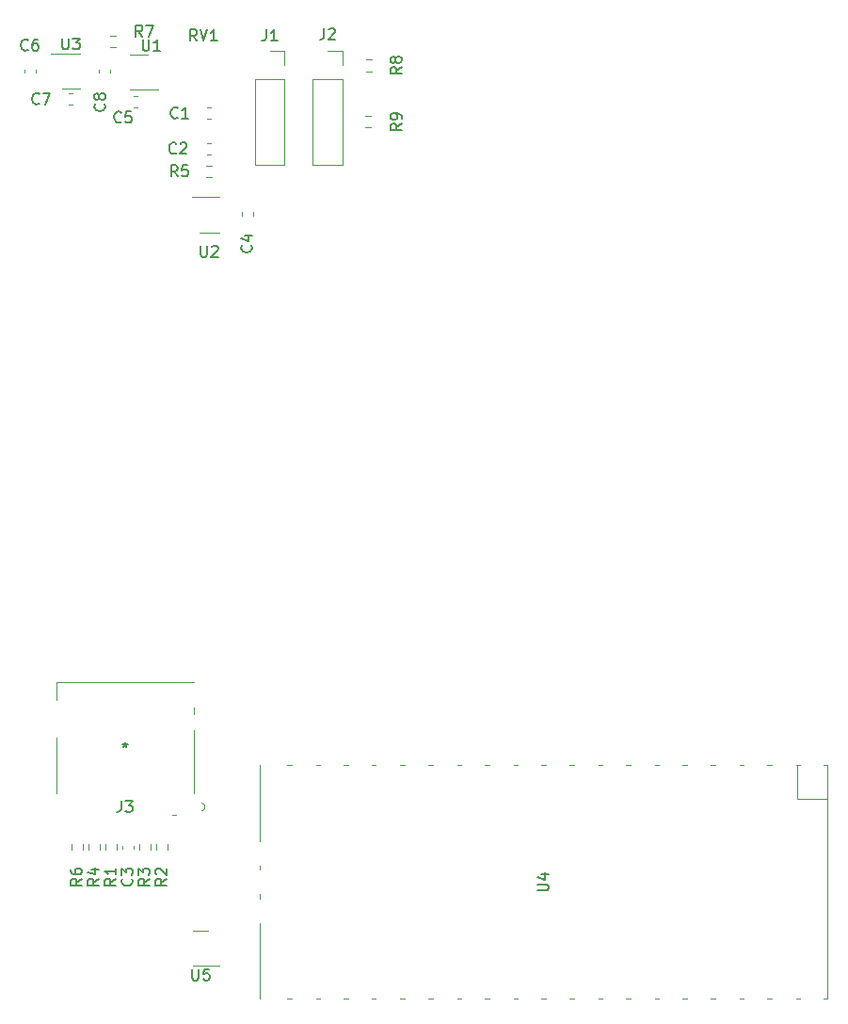
<source format=gto>
%TF.GenerationSoftware,KiCad,Pcbnew,(6.0.2-0)*%
%TF.CreationDate,2022-05-28T22:41:11-04:00*%
%TF.ProjectId,memory-phone-pcb,6d656d6f-7279-42d7-9068-6f6e652d7063,rev?*%
%TF.SameCoordinates,Original*%
%TF.FileFunction,Legend,Top*%
%TF.FilePolarity,Positive*%
%FSLAX46Y46*%
G04 Gerber Fmt 4.6, Leading zero omitted, Abs format (unit mm)*
G04 Created by KiCad (PCBNEW (6.0.2-0)) date 2022-05-28 22:41:11*
%MOMM*%
%LPD*%
G01*
G04 APERTURE LIST*
%ADD10C,0.150000*%
%ADD11C,0.120000*%
G04 APERTURE END LIST*
D10*
%TO.C,U4*%
X95210380Y-138175904D02*
X96019904Y-138175904D01*
X96115142Y-138128285D01*
X96162761Y-138080666D01*
X96210380Y-137985428D01*
X96210380Y-137794952D01*
X96162761Y-137699714D01*
X96115142Y-137652095D01*
X96019904Y-137604476D01*
X95210380Y-137604476D01*
X95543714Y-136699714D02*
X96210380Y-136699714D01*
X95162761Y-136937809D02*
X95877047Y-137175904D01*
X95877047Y-136556857D01*
%TO.C,C3*%
X58696431Y-137118955D02*
X58744050Y-137166574D01*
X58791669Y-137309431D01*
X58791669Y-137404669D01*
X58744050Y-137547527D01*
X58648812Y-137642765D01*
X58553574Y-137690384D01*
X58363098Y-137738003D01*
X58220241Y-137738003D01*
X58029765Y-137690384D01*
X57934527Y-137642765D01*
X57839289Y-137547527D01*
X57791669Y-137404669D01*
X57791669Y-137309431D01*
X57839289Y-137166574D01*
X57886908Y-137118955D01*
X57791669Y-136785622D02*
X57791669Y-136166574D01*
X58172622Y-136499908D01*
X58172622Y-136357050D01*
X58220241Y-136261812D01*
X58267860Y-136214193D01*
X58363098Y-136166574D01*
X58601193Y-136166574D01*
X58696431Y-136214193D01*
X58744050Y-136261812D01*
X58791669Y-136357050D01*
X58791669Y-136642765D01*
X58744050Y-136738003D01*
X58696431Y-136785622D01*
%TO.C,C4*%
X69445142Y-80176666D02*
X69492761Y-80224285D01*
X69540380Y-80367142D01*
X69540380Y-80462380D01*
X69492761Y-80605238D01*
X69397523Y-80700476D01*
X69302285Y-80748095D01*
X69111809Y-80795714D01*
X68968952Y-80795714D01*
X68778476Y-80748095D01*
X68683238Y-80700476D01*
X68588000Y-80605238D01*
X68540380Y-80462380D01*
X68540380Y-80367142D01*
X68588000Y-80224285D01*
X68635619Y-80176666D01*
X68873714Y-79319523D02*
X69540380Y-79319523D01*
X68492761Y-79557619D02*
X69207047Y-79795714D01*
X69207047Y-79176666D01*
%TO.C,R2*%
X61839669Y-137118955D02*
X61363479Y-137452289D01*
X61839669Y-137690384D02*
X60839669Y-137690384D01*
X60839669Y-137309431D01*
X60887289Y-137214193D01*
X60934908Y-137166574D01*
X61030146Y-137118955D01*
X61173003Y-137118955D01*
X61268241Y-137166574D01*
X61315860Y-137214193D01*
X61363479Y-137309431D01*
X61363479Y-137690384D01*
X60934908Y-136738003D02*
X60887289Y-136690384D01*
X60839669Y-136595146D01*
X60839669Y-136357050D01*
X60887289Y-136261812D01*
X60934908Y-136214193D01*
X61030146Y-136166574D01*
X61125384Y-136166574D01*
X61268241Y-136214193D01*
X61839669Y-136785622D01*
X61839669Y-136166574D01*
%TO.C,U3*%
X52448345Y-61568380D02*
X52448345Y-62377904D01*
X52495964Y-62473142D01*
X52543583Y-62520761D01*
X52638821Y-62568380D01*
X52829297Y-62568380D01*
X52924535Y-62520761D01*
X52972154Y-62473142D01*
X53019773Y-62377904D01*
X53019773Y-61568380D01*
X53400726Y-61568380D02*
X54019773Y-61568380D01*
X53686440Y-61949333D01*
X53829297Y-61949333D01*
X53924535Y-61996952D01*
X53972154Y-62044571D01*
X54019773Y-62139809D01*
X54019773Y-62377904D01*
X53972154Y-62473142D01*
X53924535Y-62520761D01*
X53829297Y-62568380D01*
X53543583Y-62568380D01*
X53448345Y-62520761D01*
X53400726Y-62473142D01*
%TO.C,U5*%
X64135095Y-145235380D02*
X64135095Y-146044904D01*
X64182714Y-146140142D01*
X64230333Y-146187761D01*
X64325571Y-146235380D01*
X64516047Y-146235380D01*
X64611285Y-146187761D01*
X64658904Y-146140142D01*
X64706523Y-146044904D01*
X64706523Y-145235380D01*
X65658904Y-145235380D02*
X65182714Y-145235380D01*
X65135095Y-145711571D01*
X65182714Y-145663952D01*
X65277952Y-145616333D01*
X65516047Y-145616333D01*
X65611285Y-145663952D01*
X65658904Y-145711571D01*
X65706523Y-145806809D01*
X65706523Y-146044904D01*
X65658904Y-146140142D01*
X65611285Y-146187761D01*
X65516047Y-146235380D01*
X65277952Y-146235380D01*
X65182714Y-146187761D01*
X65135095Y-146140142D01*
%TO.C,C2*%
X62698333Y-71858142D02*
X62650714Y-71905761D01*
X62507857Y-71953380D01*
X62412619Y-71953380D01*
X62269761Y-71905761D01*
X62174523Y-71810523D01*
X62126904Y-71715285D01*
X62079285Y-71524809D01*
X62079285Y-71381952D01*
X62126904Y-71191476D01*
X62174523Y-71096238D01*
X62269761Y-71001000D01*
X62412619Y-70953380D01*
X62507857Y-70953380D01*
X62650714Y-71001000D01*
X62698333Y-71048619D01*
X63079285Y-71048619D02*
X63126904Y-71001000D01*
X63222142Y-70953380D01*
X63460238Y-70953380D01*
X63555476Y-71001000D01*
X63603095Y-71048619D01*
X63650714Y-71143857D01*
X63650714Y-71239095D01*
X63603095Y-71381952D01*
X63031666Y-71953380D01*
X63650714Y-71953380D01*
%TO.C,C6*%
X49360583Y-62587142D02*
X49312964Y-62634761D01*
X49170107Y-62682380D01*
X49074869Y-62682380D01*
X48932011Y-62634761D01*
X48836773Y-62539523D01*
X48789154Y-62444285D01*
X48741535Y-62253809D01*
X48741535Y-62110952D01*
X48789154Y-61920476D01*
X48836773Y-61825238D01*
X48932011Y-61730000D01*
X49074869Y-61682380D01*
X49170107Y-61682380D01*
X49312964Y-61730000D01*
X49360583Y-61777619D01*
X50217726Y-61682380D02*
X50027250Y-61682380D01*
X49932011Y-61730000D01*
X49884392Y-61777619D01*
X49789154Y-61920476D01*
X49741535Y-62110952D01*
X49741535Y-62491904D01*
X49789154Y-62587142D01*
X49836773Y-62634761D01*
X49932011Y-62682380D01*
X50122488Y-62682380D01*
X50217726Y-62634761D01*
X50265345Y-62587142D01*
X50312964Y-62491904D01*
X50312964Y-62253809D01*
X50265345Y-62158571D01*
X50217726Y-62110952D01*
X50122488Y-62063333D01*
X49932011Y-62063333D01*
X49836773Y-62110952D01*
X49789154Y-62158571D01*
X49741535Y-62253809D01*
%TO.C,R5*%
X62825333Y-73985380D02*
X62492000Y-73509190D01*
X62253904Y-73985380D02*
X62253904Y-72985380D01*
X62634857Y-72985380D01*
X62730095Y-73033000D01*
X62777714Y-73080619D01*
X62825333Y-73175857D01*
X62825333Y-73318714D01*
X62777714Y-73413952D01*
X62730095Y-73461571D01*
X62634857Y-73509190D01*
X62253904Y-73509190D01*
X63730095Y-72985380D02*
X63253904Y-72985380D01*
X63206285Y-73461571D01*
X63253904Y-73413952D01*
X63349142Y-73366333D01*
X63587238Y-73366333D01*
X63682476Y-73413952D01*
X63730095Y-73461571D01*
X63777714Y-73556809D01*
X63777714Y-73794904D01*
X63730095Y-73890142D01*
X63682476Y-73937761D01*
X63587238Y-73985380D01*
X63349142Y-73985380D01*
X63253904Y-73937761D01*
X63206285Y-73890142D01*
%TO.C,U1*%
X59690095Y-61682380D02*
X59690095Y-62491904D01*
X59737714Y-62587142D01*
X59785333Y-62634761D01*
X59880571Y-62682380D01*
X60071047Y-62682380D01*
X60166285Y-62634761D01*
X60213904Y-62587142D01*
X60261523Y-62491904D01*
X60261523Y-61682380D01*
X61261523Y-62682380D02*
X60690095Y-62682380D01*
X60975809Y-62682380D02*
X60975809Y-61682380D01*
X60880571Y-61825238D01*
X60785333Y-61920476D01*
X60690095Y-61968095D01*
%TO.C,R3*%
X60315669Y-137118955D02*
X59839479Y-137452289D01*
X60315669Y-137690384D02*
X59315669Y-137690384D01*
X59315669Y-137309431D01*
X59363289Y-137214193D01*
X59410908Y-137166574D01*
X59506146Y-137118955D01*
X59649003Y-137118955D01*
X59744241Y-137166574D01*
X59791860Y-137214193D01*
X59839479Y-137309431D01*
X59839479Y-137690384D01*
X59315669Y-136785622D02*
X59315669Y-136166574D01*
X59696622Y-136499908D01*
X59696622Y-136357050D01*
X59744241Y-136261812D01*
X59791860Y-136214193D01*
X59887098Y-136166574D01*
X60125193Y-136166574D01*
X60220431Y-136214193D01*
X60268050Y-136261812D01*
X60315669Y-136357050D01*
X60315669Y-136642765D01*
X60268050Y-136738003D01*
X60220431Y-136785622D01*
%TO.C,R9*%
X82978880Y-69244666D02*
X82502690Y-69578000D01*
X82978880Y-69816095D02*
X81978880Y-69816095D01*
X81978880Y-69435142D01*
X82026500Y-69339904D01*
X82074119Y-69292285D01*
X82169357Y-69244666D01*
X82312214Y-69244666D01*
X82407452Y-69292285D01*
X82455071Y-69339904D01*
X82502690Y-69435142D01*
X82502690Y-69816095D01*
X82978880Y-68768476D02*
X82978880Y-68578000D01*
X82931261Y-68482761D01*
X82883642Y-68435142D01*
X82740785Y-68339904D01*
X82550309Y-68292285D01*
X82169357Y-68292285D01*
X82074119Y-68339904D01*
X82026500Y-68387523D01*
X81978880Y-68482761D01*
X81978880Y-68673238D01*
X82026500Y-68768476D01*
X82074119Y-68816095D01*
X82169357Y-68863714D01*
X82407452Y-68863714D01*
X82502690Y-68816095D01*
X82550309Y-68768476D01*
X82597928Y-68673238D01*
X82597928Y-68482761D01*
X82550309Y-68387523D01*
X82502690Y-68339904D01*
X82407452Y-68292285D01*
%TO.C,J3*%
X57751955Y-130118370D02*
X57751955Y-130832656D01*
X57704336Y-130975513D01*
X57609098Y-131070751D01*
X57466241Y-131118370D01*
X57371003Y-131118370D01*
X58132908Y-130118370D02*
X58751955Y-130118370D01*
X58418622Y-130499323D01*
X58561479Y-130499323D01*
X58656717Y-130546942D01*
X58704336Y-130594561D01*
X58751955Y-130689799D01*
X58751955Y-130927894D01*
X58704336Y-131023132D01*
X58656717Y-131070751D01*
X58561479Y-131118370D01*
X58275765Y-131118370D01*
X58180527Y-131070751D01*
X58132908Y-131023132D01*
X58085289Y-124847669D02*
X58085289Y-125085765D01*
X57847193Y-124990527D02*
X58085289Y-125085765D01*
X58323384Y-124990527D01*
X57942431Y-125276241D02*
X58085289Y-125085765D01*
X58228146Y-125276241D01*
%TO.C,RV1*%
X64555761Y-61793380D02*
X64222428Y-61317190D01*
X63984333Y-61793380D02*
X63984333Y-60793380D01*
X64365285Y-60793380D01*
X64460523Y-60841000D01*
X64508142Y-60888619D01*
X64555761Y-60983857D01*
X64555761Y-61126714D01*
X64508142Y-61221952D01*
X64460523Y-61269571D01*
X64365285Y-61317190D01*
X63984333Y-61317190D01*
X64841476Y-60793380D02*
X65174809Y-61793380D01*
X65508142Y-60793380D01*
X66365285Y-61793380D02*
X65793857Y-61793380D01*
X66079571Y-61793380D02*
X66079571Y-60793380D01*
X65984333Y-60936238D01*
X65889095Y-61031476D01*
X65793857Y-61079095D01*
%TO.C,R1*%
X57267669Y-137118955D02*
X56791479Y-137452289D01*
X57267669Y-137690384D02*
X56267669Y-137690384D01*
X56267669Y-137309431D01*
X56315289Y-137214193D01*
X56362908Y-137166574D01*
X56458146Y-137118955D01*
X56601003Y-137118955D01*
X56696241Y-137166574D01*
X56743860Y-137214193D01*
X56791479Y-137309431D01*
X56791479Y-137690384D01*
X57267669Y-136166574D02*
X57267669Y-136738003D01*
X57267669Y-136452289D02*
X56267669Y-136452289D01*
X56410527Y-136547527D01*
X56505765Y-136642765D01*
X56553384Y-136738003D01*
%TO.C,R4*%
X55743669Y-137118955D02*
X55267479Y-137452289D01*
X55743669Y-137690384D02*
X54743669Y-137690384D01*
X54743669Y-137309431D01*
X54791289Y-137214193D01*
X54838908Y-137166574D01*
X54934146Y-137118955D01*
X55077003Y-137118955D01*
X55172241Y-137166574D01*
X55219860Y-137214193D01*
X55267479Y-137309431D01*
X55267479Y-137690384D01*
X55077003Y-136261812D02*
X55743669Y-136261812D01*
X54696050Y-136499908D02*
X55410336Y-136738003D01*
X55410336Y-136118955D01*
%TO.C,C8*%
X56237142Y-67476666D02*
X56284761Y-67524285D01*
X56332380Y-67667142D01*
X56332380Y-67762380D01*
X56284761Y-67905238D01*
X56189523Y-68000476D01*
X56094285Y-68048095D01*
X55903809Y-68095714D01*
X55760952Y-68095714D01*
X55570476Y-68048095D01*
X55475238Y-68000476D01*
X55380000Y-67905238D01*
X55332380Y-67762380D01*
X55332380Y-67667142D01*
X55380000Y-67524285D01*
X55427619Y-67476666D01*
X55760952Y-66905238D02*
X55713333Y-67000476D01*
X55665714Y-67048095D01*
X55570476Y-67095714D01*
X55522857Y-67095714D01*
X55427619Y-67048095D01*
X55380000Y-67000476D01*
X55332380Y-66905238D01*
X55332380Y-66714761D01*
X55380000Y-66619523D01*
X55427619Y-66571904D01*
X55522857Y-66524285D01*
X55570476Y-66524285D01*
X55665714Y-66571904D01*
X55713333Y-66619523D01*
X55760952Y-66714761D01*
X55760952Y-66905238D01*
X55808571Y-67000476D01*
X55856190Y-67048095D01*
X55951428Y-67095714D01*
X56141904Y-67095714D01*
X56237142Y-67048095D01*
X56284761Y-67000476D01*
X56332380Y-66905238D01*
X56332380Y-66714761D01*
X56284761Y-66619523D01*
X56237142Y-66571904D01*
X56141904Y-66524285D01*
X55951428Y-66524285D01*
X55856190Y-66571904D01*
X55808571Y-66619523D01*
X55760952Y-66714761D01*
%TO.C,C1*%
X62825333Y-68683142D02*
X62777714Y-68730761D01*
X62634857Y-68778380D01*
X62539619Y-68778380D01*
X62396761Y-68730761D01*
X62301523Y-68635523D01*
X62253904Y-68540285D01*
X62206285Y-68349809D01*
X62206285Y-68206952D01*
X62253904Y-68016476D01*
X62301523Y-67921238D01*
X62396761Y-67826000D01*
X62539619Y-67778380D01*
X62634857Y-67778380D01*
X62777714Y-67826000D01*
X62825333Y-67873619D01*
X63777714Y-68778380D02*
X63206285Y-68778380D01*
X63492000Y-68778380D02*
X63492000Y-67778380D01*
X63396761Y-67921238D01*
X63301523Y-68016476D01*
X63206285Y-68064095D01*
%TO.C,C7*%
X50376583Y-67413142D02*
X50328964Y-67460761D01*
X50186107Y-67508380D01*
X50090869Y-67508380D01*
X49948011Y-67460761D01*
X49852773Y-67365523D01*
X49805154Y-67270285D01*
X49757535Y-67079809D01*
X49757535Y-66936952D01*
X49805154Y-66746476D01*
X49852773Y-66651238D01*
X49948011Y-66556000D01*
X50090869Y-66508380D01*
X50186107Y-66508380D01*
X50328964Y-66556000D01*
X50376583Y-66603619D01*
X50709916Y-66508380D02*
X51376583Y-66508380D01*
X50948011Y-67508380D01*
%TO.C,J2*%
X75993666Y-60690380D02*
X75993666Y-61404666D01*
X75946047Y-61547523D01*
X75850809Y-61642761D01*
X75707952Y-61690380D01*
X75612714Y-61690380D01*
X76422238Y-60785619D02*
X76469857Y-60738000D01*
X76565095Y-60690380D01*
X76803190Y-60690380D01*
X76898428Y-60738000D01*
X76946047Y-60785619D01*
X76993666Y-60880857D01*
X76993666Y-60976095D01*
X76946047Y-61118952D01*
X76374619Y-61690380D01*
X76993666Y-61690380D01*
%TO.C,U2*%
X64897095Y-80224380D02*
X64897095Y-81033904D01*
X64944714Y-81129142D01*
X64992333Y-81176761D01*
X65087571Y-81224380D01*
X65278047Y-81224380D01*
X65373285Y-81176761D01*
X65420904Y-81129142D01*
X65468523Y-81033904D01*
X65468523Y-80224380D01*
X65897095Y-80319619D02*
X65944714Y-80272000D01*
X66039952Y-80224380D01*
X66278047Y-80224380D01*
X66373285Y-80272000D01*
X66420904Y-80319619D01*
X66468523Y-80414857D01*
X66468523Y-80510095D01*
X66420904Y-80652952D01*
X65849476Y-81224380D01*
X66468523Y-81224380D01*
%TO.C,C5*%
X57745333Y-69064142D02*
X57697714Y-69111761D01*
X57554857Y-69159380D01*
X57459619Y-69159380D01*
X57316761Y-69111761D01*
X57221523Y-69016523D01*
X57173904Y-68921285D01*
X57126285Y-68730809D01*
X57126285Y-68587952D01*
X57173904Y-68397476D01*
X57221523Y-68302238D01*
X57316761Y-68207000D01*
X57459619Y-68159380D01*
X57554857Y-68159380D01*
X57697714Y-68207000D01*
X57745333Y-68254619D01*
X58650095Y-68159380D02*
X58173904Y-68159380D01*
X58126285Y-68635571D01*
X58173904Y-68587952D01*
X58269142Y-68540333D01*
X58507238Y-68540333D01*
X58602476Y-68587952D01*
X58650095Y-68635571D01*
X58697714Y-68730809D01*
X58697714Y-68968904D01*
X58650095Y-69064142D01*
X58602476Y-69111761D01*
X58507238Y-69159380D01*
X58269142Y-69159380D01*
X58173904Y-69111761D01*
X58126285Y-69064142D01*
%TO.C,R7*%
X59650333Y-61412380D02*
X59317000Y-60936190D01*
X59078904Y-61412380D02*
X59078904Y-60412380D01*
X59459857Y-60412380D01*
X59555095Y-60460000D01*
X59602714Y-60507619D01*
X59650333Y-60602857D01*
X59650333Y-60745714D01*
X59602714Y-60840952D01*
X59555095Y-60888571D01*
X59459857Y-60936190D01*
X59078904Y-60936190D01*
X59983666Y-60412380D02*
X60650333Y-60412380D01*
X60221761Y-61412380D01*
%TO.C,J1*%
X70786666Y-60793380D02*
X70786666Y-61507666D01*
X70739047Y-61650523D01*
X70643809Y-61745761D01*
X70500952Y-61793380D01*
X70405714Y-61793380D01*
X71786666Y-61793380D02*
X71215238Y-61793380D01*
X71500952Y-61793380D02*
X71500952Y-60793380D01*
X71405714Y-60936238D01*
X71310476Y-61031476D01*
X71215238Y-61079095D01*
%TO.C,R6*%
X54219669Y-137118955D02*
X53743479Y-137452289D01*
X54219669Y-137690384D02*
X53219669Y-137690384D01*
X53219669Y-137309431D01*
X53267289Y-137214193D01*
X53314908Y-137166574D01*
X53410146Y-137118955D01*
X53553003Y-137118955D01*
X53648241Y-137166574D01*
X53695860Y-137214193D01*
X53743479Y-137309431D01*
X53743479Y-137690384D01*
X53219669Y-136261812D02*
X53219669Y-136452289D01*
X53267289Y-136547527D01*
X53314908Y-136595146D01*
X53457765Y-136690384D01*
X53648241Y-136738003D01*
X54029193Y-136738003D01*
X54124431Y-136690384D01*
X54172050Y-136642765D01*
X54219669Y-136547527D01*
X54219669Y-136357050D01*
X54172050Y-136261812D01*
X54124431Y-136214193D01*
X54029193Y-136166574D01*
X53791098Y-136166574D01*
X53695860Y-136214193D01*
X53648241Y-136261812D01*
X53600622Y-136357050D01*
X53600622Y-136547527D01*
X53648241Y-136642765D01*
X53695860Y-136690384D01*
X53791098Y-136738003D01*
%TO.C,R8*%
X82977380Y-64164666D02*
X82501190Y-64498000D01*
X82977380Y-64736095D02*
X81977380Y-64736095D01*
X81977380Y-64355142D01*
X82025000Y-64259904D01*
X82072619Y-64212285D01*
X82167857Y-64164666D01*
X82310714Y-64164666D01*
X82405952Y-64212285D01*
X82453571Y-64259904D01*
X82501190Y-64355142D01*
X82501190Y-64736095D01*
X82405952Y-63593238D02*
X82358333Y-63688476D01*
X82310714Y-63736095D01*
X82215476Y-63783714D01*
X82167857Y-63783714D01*
X82072619Y-63736095D01*
X82025000Y-63688476D01*
X81977380Y-63593238D01*
X81977380Y-63402761D01*
X82025000Y-63307523D01*
X82072619Y-63259904D01*
X82167857Y-63212285D01*
X82215476Y-63212285D01*
X82310714Y-63259904D01*
X82358333Y-63307523D01*
X82405952Y-63402761D01*
X82405952Y-63593238D01*
X82453571Y-63688476D01*
X82501190Y-63736095D01*
X82596428Y-63783714D01*
X82786904Y-63783714D01*
X82882142Y-63736095D01*
X82929761Y-63688476D01*
X82977380Y-63593238D01*
X82977380Y-63402761D01*
X82929761Y-63307523D01*
X82882142Y-63259904D01*
X82786904Y-63212285D01*
X82596428Y-63212285D01*
X82501190Y-63259904D01*
X82453571Y-63307523D01*
X82405952Y-63402761D01*
D11*
%TO.C,U4*%
X118591000Y-126914000D02*
X118591000Y-129921000D01*
X83258000Y-126914000D02*
X82858000Y-126914000D01*
X73058000Y-126914000D02*
X72658000Y-126914000D01*
X88358000Y-147914000D02*
X87958000Y-147914000D01*
X106158000Y-147914000D02*
X105758000Y-147914000D01*
X78158000Y-147914000D02*
X77758000Y-147914000D01*
X116258000Y-126914000D02*
X115858000Y-126914000D01*
X103558000Y-126914000D02*
X103158000Y-126914000D01*
X111158000Y-147914000D02*
X110758000Y-147914000D01*
X98458000Y-126914000D02*
X98058000Y-126914000D01*
X85758000Y-126914000D02*
X85358000Y-126914000D01*
X88358000Y-126914000D02*
X87958000Y-126914000D01*
X80658000Y-126914000D02*
X80258000Y-126914000D01*
X116258000Y-147914000D02*
X115858000Y-147914000D01*
X121258000Y-147914000D02*
X120958000Y-147914000D01*
X118858000Y-147914000D02*
X118458000Y-147914000D01*
X85758000Y-147914000D02*
X85358000Y-147914000D01*
X78158000Y-126914000D02*
X77758000Y-126914000D01*
X80658000Y-147914000D02*
X80258000Y-147914000D01*
X90858000Y-126914000D02*
X90458000Y-126914000D01*
X111158000Y-126914000D02*
X110758000Y-126914000D01*
X108658000Y-147914000D02*
X108258000Y-147914000D01*
X113758000Y-147914000D02*
X113358000Y-147914000D01*
X70258000Y-147914000D02*
X70258000Y-141114000D01*
X93458000Y-126914000D02*
X93058000Y-126914000D01*
X70258000Y-138514000D02*
X70258000Y-138914000D01*
X93458000Y-147914000D02*
X93058000Y-147914000D01*
X101058000Y-126914000D02*
X100658000Y-126914000D01*
X90858000Y-147914000D02*
X90458000Y-147914000D01*
X70258000Y-133714000D02*
X70258000Y-126914000D01*
X121258000Y-126914000D02*
X120958000Y-126914000D01*
X118858000Y-126914000D02*
X118458000Y-126914000D01*
X75658000Y-147914000D02*
X75258000Y-147914000D01*
X103558000Y-147914000D02*
X103158000Y-147914000D01*
X118591000Y-129921000D02*
X121258000Y-129921000D01*
X95958000Y-147914000D02*
X95558000Y-147914000D01*
X75658000Y-126914000D02*
X75258000Y-126914000D01*
X95958000Y-126914000D02*
X95558000Y-126914000D01*
X113758000Y-126914000D02*
X113358000Y-126914000D01*
X73058000Y-147914000D02*
X72658000Y-147914000D01*
X83258000Y-147914000D02*
X82858000Y-147914000D01*
X121258000Y-126914000D02*
X121258000Y-147914000D01*
X101058000Y-147914000D02*
X100658000Y-147914000D01*
X98458000Y-147914000D02*
X98058000Y-147914000D01*
X108658000Y-126914000D02*
X108258000Y-126914000D01*
X70258000Y-135914000D02*
X70258000Y-136314000D01*
X106158000Y-126914000D02*
X105758000Y-126914000D01*
%TO.C,C3*%
X57829289Y-134431556D02*
X57829289Y-134139022D01*
X58849289Y-134431556D02*
X58849289Y-134139022D01*
%TO.C,C4*%
X68578000Y-77489267D02*
X68578000Y-77196733D01*
X69598000Y-77489267D02*
X69598000Y-77196733D01*
%TO.C,R2*%
X60864789Y-134540013D02*
X60864789Y-134030565D01*
X61909789Y-134540013D02*
X61909789Y-134030565D01*
%TO.C,U3*%
X53210250Y-66076000D02*
X54010250Y-66076000D01*
X53210250Y-62956000D02*
X51410250Y-62956000D01*
X53210250Y-62956000D02*
X54010250Y-62956000D01*
X53210250Y-66076000D02*
X52410250Y-66076000D01*
%TO.C,U5*%
X64897000Y-141823000D02*
X64247000Y-141823000D01*
X64897000Y-144943000D02*
X64247000Y-144943000D01*
X64897000Y-141823000D02*
X65547000Y-141823000D01*
X64897000Y-144943000D02*
X66572000Y-144943000D01*
%TO.C,C2*%
X65805267Y-72011000D02*
X65512733Y-72011000D01*
X65805267Y-70991000D02*
X65512733Y-70991000D01*
%TO.C,C6*%
X50037250Y-64662267D02*
X50037250Y-64369733D01*
X49017250Y-64662267D02*
X49017250Y-64369733D01*
%TO.C,R5*%
X65404276Y-73010500D02*
X65913724Y-73010500D01*
X65404276Y-74055500D02*
X65913724Y-74055500D01*
%TO.C,U1*%
X59303500Y-63017000D02*
X60103500Y-63017000D01*
X59303500Y-63017000D02*
X58503500Y-63017000D01*
X59303500Y-66137000D02*
X58503500Y-66137000D01*
X59303500Y-66137000D02*
X61103500Y-66137000D01*
%TO.C,R3*%
X60385789Y-134540013D02*
X60385789Y-134030565D01*
X59340789Y-134540013D02*
X59340789Y-134030565D01*
%TO.C,R9*%
X80241224Y-68555500D02*
X79731776Y-68555500D01*
X80241224Y-69600500D02*
X79731776Y-69600500D01*
%TO.C,J3*%
X64282889Y-129431550D02*
X64282889Y-123790830D01*
X51887689Y-124440831D02*
X51887689Y-129431550D01*
X51887689Y-119438989D02*
X51887689Y-121081549D01*
X62349741Y-131351589D02*
X62640289Y-131351589D01*
X64282889Y-122287150D02*
X64282889Y-121698019D01*
X64282889Y-119438989D02*
X51887689Y-119438989D01*
X64970129Y-131043390D02*
G75*
G03*
X65298888Y-130665990I-52243J377403D01*
G01*
X65298889Y-130665990D02*
G75*
G03*
X64970129Y-130288588I-381000J0D01*
G01*
%TO.C,R1*%
X57337789Y-134030565D02*
X57337789Y-134540013D01*
X56292789Y-134030565D02*
X56292789Y-134540013D01*
%TO.C,R4*%
X55813789Y-134540013D02*
X55813789Y-134030565D01*
X54768789Y-134540013D02*
X54768789Y-134030565D01*
%TO.C,C8*%
X55748250Y-64662267D02*
X55748250Y-64369733D01*
X56768250Y-64662267D02*
X56768250Y-64369733D01*
%TO.C,C1*%
X65805267Y-67816000D02*
X65512733Y-67816000D01*
X65805267Y-68836000D02*
X65512733Y-68836000D01*
%TO.C,C7*%
X53063983Y-67566000D02*
X53356517Y-67566000D01*
X53063983Y-66546000D02*
X53356517Y-66546000D01*
%TO.C,J2*%
X77657000Y-62678000D02*
X77657000Y-64008000D01*
X74997000Y-65278000D02*
X74997000Y-72958000D01*
X76327000Y-62678000D02*
X77657000Y-62678000D01*
X74997000Y-65278000D02*
X77657000Y-65278000D01*
X74997000Y-72958000D02*
X77657000Y-72958000D01*
X77657000Y-65278000D02*
X77657000Y-72958000D01*
%TO.C,U2*%
X66559000Y-75860000D02*
X64109000Y-75860000D01*
X64759000Y-79080000D02*
X66559000Y-79080000D01*
%TO.C,C5*%
X59195767Y-66734000D02*
X58903233Y-66734000D01*
X59195767Y-67754000D02*
X58903233Y-67754000D01*
%TO.C,R7*%
X56768276Y-61326500D02*
X57277724Y-61326500D01*
X56768276Y-62371500D02*
X57277724Y-62371500D01*
%TO.C,J1*%
X69790000Y-65278000D02*
X69790000Y-72958000D01*
X69790000Y-65278000D02*
X72450000Y-65278000D01*
X71120000Y-62678000D02*
X72450000Y-62678000D01*
X69790000Y-72958000D02*
X72450000Y-72958000D01*
X72450000Y-65278000D02*
X72450000Y-72958000D01*
X72450000Y-62678000D02*
X72450000Y-64008000D01*
%TO.C,R6*%
X54289789Y-134540013D02*
X54289789Y-134030565D01*
X53244789Y-134540013D02*
X53244789Y-134030565D01*
%TO.C,R8*%
X80264724Y-63485500D02*
X79755276Y-63485500D01*
X80264724Y-64530500D02*
X79755276Y-64530500D01*
%TD*%
M02*

</source>
